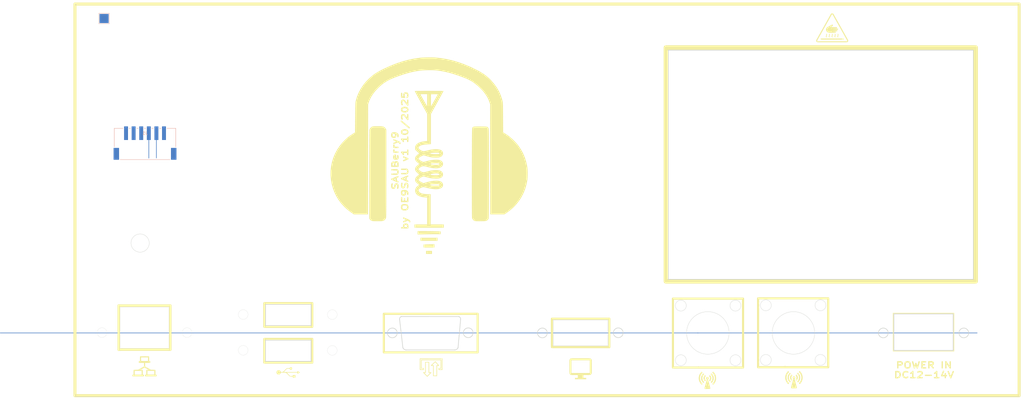
<source format=kicad_pcb>
(kicad_pcb (version 20241229) (generator "pcbnew") (generator_version "9.0")
  (layers (0 "F.Cu" signal) (2 "B.Cu" signal) (13 "F.Paste" user) (15 "B.Paste" user) (5 "F.SilkS" user "F.Silkscreen") (7 "B.SilkS" user "B.Silkscreen") (1 "F.Mask" user) (3 "B.Mask" user) (25 "Edge.Cuts" user))
  (net 0 "")
  (net 1 "GND")
  (net 2 "unconnected-(J1-Pad2)")
  (net 3 "unconnected-(J1-Pad3)")
  (net 5 "Net-(J1-Pad1)")
  (net 6 "Net-(J1-Pad4)")
  (footprint "LOGO" (layer "F.Cu") (at 362.21 126.02)
    (property "Reference" "G10" (hide yes))
    (property "Value" "LOGO" (hide yes))
  )
  (footprint "LOGO" (layer "F.Cu") (at 230.1 237.8 180)
    (property "Reference" "G2" (hide yes))
    (property "Value" "LOGO" (hide yes))
  )
  (footprint "LOGO" (layer "F.Cu") (at 349.7 241.4)
    (property "Reference" "G51" (hide yes))
    (property "Value" "LOGO" (hide yes))
  )
  (footprint "LOGO" (layer "F.Cu") (at 183.1 239.5)
    (property "Reference" "G21" (hide yes))
    (property "Value" "LOGO" (hide yes))
  )
  (footprint "LOGO" (layer "F.Cu") (at 279.4 238.3)
    (property "Reference" "G30" (hide yes))
    (property "Value" "LOGO" (hide yes))
  )
  (footprint "LOGO" (layer "F.Cu") (at 321.2 241.6)
    (property "Reference" "G50" (hide yes))
    (property "Value" "LOGO" (hide yes))
  )
  (footprint "LOGO" (layer "F.Cu") (at 229.5 168.1)
    (property "Reference" "G1" (hide yes))
    (property "Value" "LOGO" (hide yes))
  )
  (footprint "LOGO" (layer "F.Cu") (at 135.75 237.5)
    (property "Reference" "G4" (hide yes))
    (property "Value" "LOGO" (hide yes))
  )
  (footprint "TestPoint:TestPoint_Pad_3.0x3.0mm" (layer "B.Cu") (at 122.428 122.936 180)
    (property "Reference" "GND" (hide yes))
    (property "Value" "TestPoint" (hide yes))
    (pad "1" smd rect (at 0 0 180) (size 3 3) (layers "B.Cu" "B.Mask"))
  )
  (footprint "S6B_XH_SM4_TB:CONN_S6B-XH-SM4-TB_JST" (layer "B.Cu") (at 135.9154 164.2618 180)
    (property "Reference" "J1" (at 0 3.553801 0) (layer "B.SilkS") (effects (justify mirror)))
    (property "Value" "S6B-XH-SM4-TB")
    (pad "1" smd rect (at -6.25 3.553801 180) (size 1.2954 4.4958) (layers "B.Cu" "B.Mask" "B.Paste") (net 5 "Net-(J1-Pad1)"))
    (pad "2" smd rect (at -3.75 3.553801 180) (size 1.2954 4.4958) (layers "B.Cu" "B.Mask" "B.Paste") (net 2 "unconnected-(J1-Pad2)"))
    (pad "3" smd rect (at -1.25 3.553801 180) (size 1.2954 4.4958) (layers "B.Cu" "B.Mask" "B.Paste") (net 3 "unconnected-(J1-Pad3)"))
    (pad "4" smd rect (at 1.25 3.553801 180) (size 1.2954 4.4958) (layers "B.Cu" "B.Mask" "B.Paste") (net 6 "Net-(J1-Pad4)"))
    (pad "5" smd rect (at 3.75 3.553801 180) (size 1.2954 4.4958) (layers "B.Cu" "B.Mask" "B.Paste"))
    (pad "6" smd rect (at 6.25 3.553801 180) (size 1.2954 4.4958) (layers "B.Cu" "B.Mask" "B.Paste") (net 1 "GND"))
    (pad "7" smd rect (at -9.449999 -3.246199 180) (size 1.8034 3.9116) (layers "B.Cu" "B.Mask" "B.Paste"))
    (pad "8" smd rect (at 9.449999 -3.246199 180) (size 1.8034 3.9116) (layers "B.Cu" "B.Mask" "B.Paste"))
  )
  (gr_line (start 318 226.5) (end 88.25 226.5) (stroke (width 0.2)) (layer "B.Cu"))
  (gr_line (start 410 226.5) (end 318 226.5) (stroke (width 0.2)) (layer "B.Cu"))
  (gr_line (start 127.25 217.5) (end 144.25 217.5) (stroke (width 0.8)) (layer "F.SilkS"))
  (gr_line (start 127.25 232) (end 127.25 217.5) (stroke (width 0.8)) (layer "F.SilkS"))
  (gr_rect (start 309.8 215.2) (end 332.9 237.9) (stroke (width 0.7)) (fill no) (layer "F.SilkS"))
  (gr_line (start 144.25 232) (end 127.25 232) (stroke (width 0.8)) (layer "F.SilkS"))
  (gr_rect (start 175.21 216.69) (end 191.01 224.49) (stroke (width 0.7)) (fill no) (layer "F.SilkS"))
  (gr_rect (start 307.5 132.5) (end 409.5 209.5) (stroke (width 1.5)) (fill no) (layer "F.SilkS"))
  (gr_rect (start 382.35 220) (end 402.35 232.5) (stroke (width 0.2)) (fill no) (layer "F.SilkS"))
  (gr_rect (start 112.84 118.17) (end 423.84 247.17) (stroke (width 1)) (fill no) (layer "F.SilkS"))
  (gr_rect (start 175.2 228.47) (end 191 236.27) (stroke (width 0.7)) (fill no) (layer "F.SilkS"))
  (gr_rect (start 269.942 221.824) (end 288.858 231.176) (stroke (width 0.7)) (fill no) (layer "F.SilkS"))
  (gr_rect (start 337.85 215.1) (end 360.95 237.8) (stroke (width 0.7)) (fill no) (layer "F.SilkS"))
  (gr_line (start 144.25 217.5) (end 144.25 232) (stroke (width 0.8)) (layer "F.SilkS"))
  (gr_rect (start 214.579375 220.197035) (end 245.479375 232.897035) (stroke (width 0.7)) (fill no) (layer "F.SilkS"))
  (gr_circle (center 121.75 226.4) (end 123.35 226.4) (stroke (width 0.05)) (fill no) (layer "Edge.Cuts"))
  (gr_circle (center 197.6 220.47) (end 199.2 220.47) (stroke (width 0.05)) (fill no) (layer "Edge.Cuts"))
  (gr_line (start 239.019117 231.363849) (end 239.859375 222.107035) (stroke (width 0.2)) (layer "Edge.Cuts"))
  (gr_rect (start 175.61 217.09) (end 190.61 224.09) (stroke (width 0.2)) (fill no) (layer "Edge.Cuts"))
  (gr_circle (center 340.4 235.4) (end 342.2 235.4) (stroke (width 0.1)) (fill no) (layer "Edge.Cuts"))
  (gr_circle (center 358.4 217.4) (end 360.2 217.4) (stroke (width 0.1)) (fill no) (layer "Edge.Cuts"))
  (gr_arc (start 239.289375 221.097035) (mid 239.75 221.5) (end 239.856651 222.102642) (stroke (width 0.2)) (layer "Edge.Cuts"))
  (gr_circle (center 330.4 235.5) (end 332.2 235.5) (stroke (width 0.1)) (fill no) (layer "Edge.Cuts"))
  (gr_rect (start 175.6 228.87) (end 190.6 235.87) (stroke (width 0.2)) (fill no) (layer "Edge.Cuts"))
  (gr_circle (center 321.3 226.5) (end 328.3 226.5) (stroke (width 0.1)) (fill no) (layer "Edge.Cuts"))
  (gr_circle (center 312.4 235.5) (end 314.2 235.5) (stroke (width 0.1)) (fill no) (layer "Edge.Cuts"))
  (gr_circle (center 266.8 226.5) (end 268.4 226.5) (stroke (width 0.2)) (fill no) (layer "Edge.Cuts"))
  (gr_circle (center 340.4 217.4) (end 342.2 217.4) (stroke (width 0.1)) (fill no) (layer "Edge.Cuts"))
  (gr_line (start 220.853141 231.364504) (end 219.772713 222.099673) (stroke (width 0.2)) (layer "Edge.Cuts"))
  (gr_arc (start 239.019117 231.363849) (mid 238.56368 231.908331) (end 237.879375 232.097035) (stroke (width 0.2)) (layer "Edge.Cuts"))
  (gr_arc (start 219.772713 222.099673) (mid 219.879359 221.497023) (end 220.339989 221.094066) (stroke (width 0.2)) (layer "Edge.Cuts"))
  (gr_line (start 221.879375 232.097034) (end 237.879375 232.097035) (stroke (width 0.2)) (layer "Edge.Cuts"))
  (gr_circle (center 312.4 217.5) (end 314.2 217.5) (stroke (width 0.1)) (fill no) (layer "Edge.Cuts"))
  (gr_circle (center 349.5 226.5) (end 356.5 226.5) (stroke (width 0.1)) (fill no) (layer "Edge.Cuts"))
  (gr_circle (center 358.4 235.4) (end 360.2 235.4) (stroke (width 0.1)) (fill no) (layer "Edge.Cuts"))
  (gr_circle (center 149.75 226.4) (end 151.35 226.4) (stroke (width 0.05)) (fill no) (layer "Edge.Cuts"))
  (gr_circle (center 134.3 196.9) (end 137.3 196.9) (stroke (width 0.1)) (fill no) (layer "Edge.Cuts"))
  (gr_circle (center 168.25 232.22) (end 169.85 232.22) (stroke (width 0.05)) (fill no) (layer "Edge.Cuts"))
  (gr_rect (start 270.4 222.25) (end 288.4 230.75) (stroke (width 0.1)) (fill no) (layer "Edge.Cuts"))
  (gr_circle (center 291.8 226.45) (end 293.4 226.45) (stroke (width 0.2)) (fill no) (layer "Edge.Cuts"))
  (gr_line (start 220.339989 221.094066) (end 239.286108 221.097035) (stroke (width 0.2)) (layer "Edge.Cuts"))
  (gr_circle (center 330.4 217.5) (end 332.2 217.5) (stroke (width 0.1)) (fill no) (layer "Edge.Cuts"))
  (gr_circle (center 242.379375 226.447035) (end 243.979375 226.447035) (stroke (width 0.2)) (fill no) (layer "Edge.Cuts"))
  (gr_circle (center 379.1 226.5) (end 380.7 226.5) (stroke (width 0.2)) (fill no) (layer "Edge.Cuts"))
  (gr_rect (start 308.2564 133.3636) (end 408.7564 208.8636) (stroke (width 0.2)) (fill no) (layer "Edge.Cuts"))
  (gr_rect (start 382.6 220.25) (end 402.1 232.25) (stroke (width 0.2)) (fill no) (layer "Edge.Cuts"))
  (gr_circle (center 197.59 232.25) (end 199.19 232.25) (stroke (width 0.05)) (fill no) (layer "Edge.Cuts"))
  (gr_circle (center 217.379375 226.497035) (end 218.979375 226.497035) (stroke (width 0.2)) (fill no) (layer "Edge.Cuts"))
  (gr_circle (center 168.26 220.44) (end 169.86 220.44) (stroke (width 0.05)) (fill no) (layer "Edge.Cuts"))
  (gr_arc (start 221.879375 232.097034) (mid 221.26156 231.877445) (end 220.853141 231.364504) (stroke (width 0.2)) (layer "Edge.Cuts"))
  (gr_circle (center 405.6 226.5) (end 407.2 226.5) (stroke (width 0.2)) (fill no) (layer "Edge.Cuts"))
  (gr_rect (start 127.75 218) (end 143.75 231.5) (stroke (width 0.05)) (fill no) (layer "Edge.Cuts"))
  (gr_rect (start 112.84 118.17) (end 423.99 247.47) (stroke (width 0.1)) (fill no) (layer "Edge.Cuts"))
  (gr_text "SAUBerry9\nby OE9SAU v1 10/2025\n" (at 222.71 169.74 90) (layer "F.SilkS") (effects (font (size 2 2.5) (thickness 0.45) (bold yes)) (justify bottom)))
  (gr_text "POWER IN\nDC12-14V" (at 392.5 241.5 0) (layer "F.SilkS") (effects (font (size 2 2.5) (thickness 0.45) (bold yes)) (justify bottom)))
  (segment (start 139.6654 168.8754) (end 139.6654 160.707999) (width 0.2) (layer "B.Cu") (net 2))
  (segment (start 137.1654 168.9154) (end 137.1654 160.707999) (width 0.2) (layer "B.Cu") (net 3))
)
</source>
